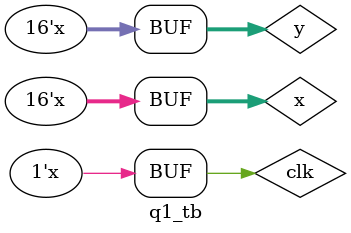
<source format=v>
module q1_tb;

    wire[31:0] op;
    reg [15:0] x,y;
    reg clk;

    initial 
    begin
        x = 150;
        y = 0;
        clk = 0;
    end

    always 
        clk = ~clk;

    always
    begin
        x = x+1; #30;
        y = y+12; #30;
    end
    
    q1 a(op, x, y, clk);

endmodule

</source>
